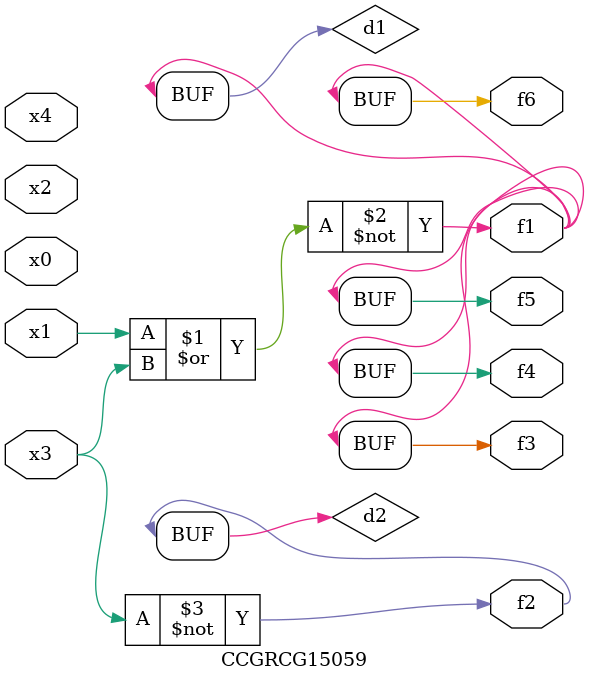
<source format=v>
module CCGRCG15059(
	input x0, x1, x2, x3, x4,
	output f1, f2, f3, f4, f5, f6
);

	wire d1, d2;

	nor (d1, x1, x3);
	not (d2, x3);
	assign f1 = d1;
	assign f2 = d2;
	assign f3 = d1;
	assign f4 = d1;
	assign f5 = d1;
	assign f6 = d1;
endmodule

</source>
